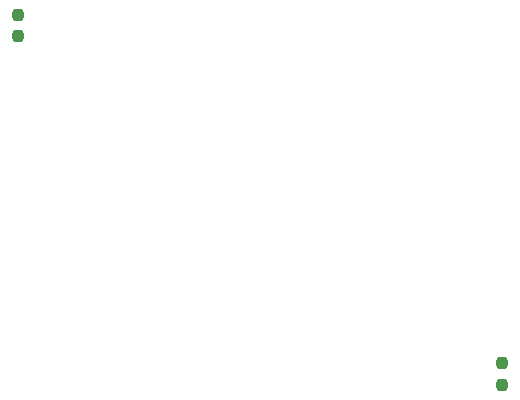
<source format=gbr>
%TF.GenerationSoftware,KiCad,Pcbnew,9.0.7*%
%TF.CreationDate,2026-01-20T13:18:07+01:00*%
%TF.ProjectId,OpenBrewer,4f70656e-4272-4657-9765-722e6b696361,rev?*%
%TF.SameCoordinates,Original*%
%TF.FileFunction,Paste,Top*%
%TF.FilePolarity,Positive*%
%FSLAX46Y46*%
G04 Gerber Fmt 4.6, Leading zero omitted, Abs format (unit mm)*
G04 Created by KiCad (PCBNEW 9.0.7) date 2026-01-20 13:18:07*
%MOMM*%
%LPD*%
G01*
G04 APERTURE LIST*
G04 Aperture macros list*
%AMRoundRect*
0 Rectangle with rounded corners*
0 $1 Rounding radius*
0 $2 $3 $4 $5 $6 $7 $8 $9 X,Y pos of 4 corners*
0 Add a 4 corners polygon primitive as box body*
4,1,4,$2,$3,$4,$5,$6,$7,$8,$9,$2,$3,0*
0 Add four circle primitives for the rounded corners*
1,1,$1+$1,$2,$3*
1,1,$1+$1,$4,$5*
1,1,$1+$1,$6,$7*
1,1,$1+$1,$8,$9*
0 Add four rect primitives between the rounded corners*
20,1,$1+$1,$2,$3,$4,$5,0*
20,1,$1+$1,$4,$5,$6,$7,0*
20,1,$1+$1,$6,$7,$8,$9,0*
20,1,$1+$1,$8,$9,$2,$3,0*%
G04 Aperture macros list end*
%ADD10RoundRect,0.237500X-0.237500X0.250000X-0.237500X-0.250000X0.237500X-0.250000X0.237500X0.250000X0*%
G04 APERTURE END LIST*
D10*
%TO.C,R4*%
X187500000Y-92175000D03*
X187500000Y-94000000D03*
%TD*%
%TO.C,R5*%
X146500000Y-62675000D03*
X146500000Y-64500000D03*
%TD*%
M02*

</source>
